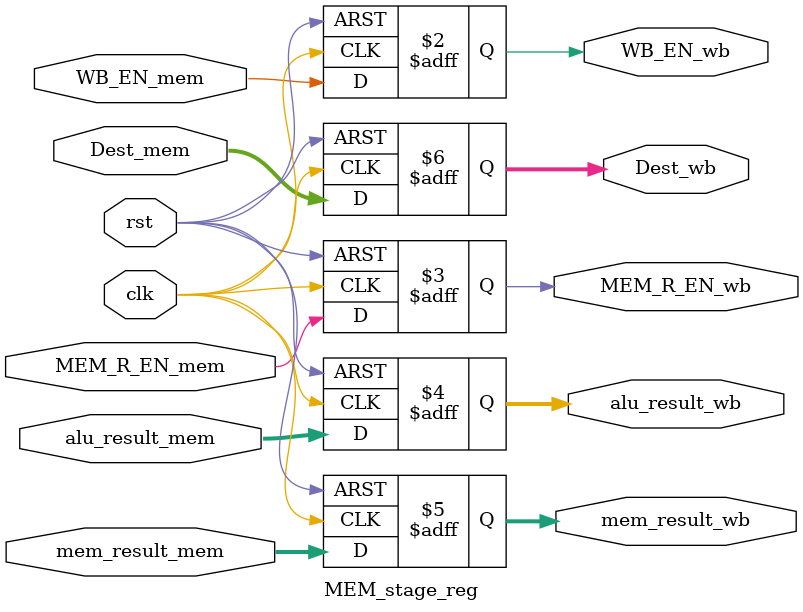
<source format=v>
module MEM_stage_reg(clk, rst, WB_EN_mem, MEM_R_EN_mem, alu_result_mem, mem_result_mem,
	             Dest_mem, WB_EN_wb, MEM_R_EN_wb, alu_result_wb, mem_result_wb, Dest_wb);

  input clk, rst, WB_EN_mem, MEM_R_EN_mem;
  input [31:0] alu_result_mem, mem_result_mem;
  input [3:0] Dest_mem;
  output reg WB_EN_wb, MEM_R_EN_wb;
  output reg [31:0] alu_result_wb, mem_result_wb;
  output reg [3:0] Dest_wb;

  always@(posedge clk, posedge rst)begin
    if(rst) begin
      WB_EN_wb <= 1'b0;
      MEM_R_EN_wb <= 1'b0;
      alu_result_wb <= 32'b0;
      mem_result_wb <= 32'b0;
      Dest_wb <= 4'b0;
    end
    else begin
      WB_EN_wb <= WB_EN_mem;
      MEM_R_EN_wb <= MEM_R_EN_mem;
      alu_result_wb <= alu_result_mem;
      mem_result_wb <= mem_result_mem;
      Dest_wb <= Dest_mem;
    end  
  end

endmodule
</source>
